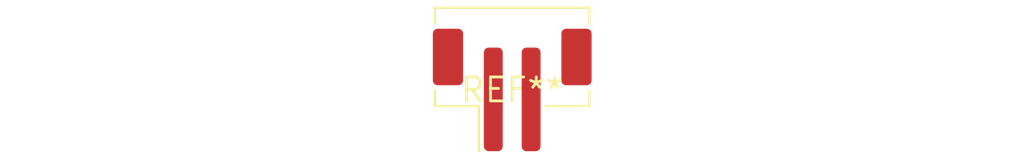
<source format=kicad_pcb>
(kicad_pcb (version 20240108) (generator pcbnew)
  (layers (0 "F.Cu" signal) (31 "B.Cu" signal) (34 "B.Paste" user) (35 "F.Paste" user) (36 "B.SilkS" user "B.Silkscreen") (37 "F.SilkS" user "F.Silkscreen") (38 "B.Mask" user) (39 "F.Mask" user) (44 "Edge.Cuts" user))
  (net 0 "")
  (footprint "JST_PH_B2B-PH-SM4-TB_1x02-1MP_P2.00mm_Vertical" (layer "F.Cu") (at 0 0)
    (property "Reference" "REF**")
    (property "Value" "JST_PH_B2B-PH-SM4-TB_1x02-1MP_P2.00mm_Vertical")
    (fp_line (start -4.085 -4.36) (end 4.085 -4.36) (layer "F.SilkS") (stroke (width 0.12)))
    (fp_line (start -4.085 -3.51) (end -4.085 -4.36) (layer "F.SilkS") (stroke (width 0.12)))
    (fp_line (start -4.085 0.01) (end -4.085 0.86) (layer "F.SilkS") (stroke (width 0.12)))
    (fp_line (start -4.085 0.86) (end -1.76 0.86) (layer "F.SilkS") (stroke (width 0.12)))
    (fp_line (start -1.76 0.86) (end -1.76 3.25) (layer "F.SilkS") (stroke (width 0.12)))
    (fp_line (start 4.085 -4.36) (end 4.085 -3.51) (layer "F.SilkS") (stroke (width 0.12)))
    (fp_line (start 4.085 0.01) (end 4.085 0.86) (layer "F.SilkS") (stroke (width 0.12)))
    (fp_line (start 4.085 0.86) (end 1.76 0.86) (layer "F.SilkS") (stroke (width 0.12)))
    (pad "1" smd roundrect (at -1 0.5) (size 1 5.5) (layers "F.Cu" "F.Paste" "F.Mask"))
    (pad "2" smd roundrect (at 1 0.5) (size 1 5.5) (layers "F.Cu" "F.Paste" "F.Mask"))
    (pad "MP" smd roundrect (at -3.4 -1.75) (size 1.6 3) (layers "F.Cu" "F.Paste" "F.Mask") (roundrect_rratio 0.15625))
    (pad "MP" smd roundrect (at 3.4 -1.75) (size 1.6 3) (layers "F.Cu" "F.Paste" "F.Mask") (roundrect_rratio 0.15625))
  )
)
</source>
